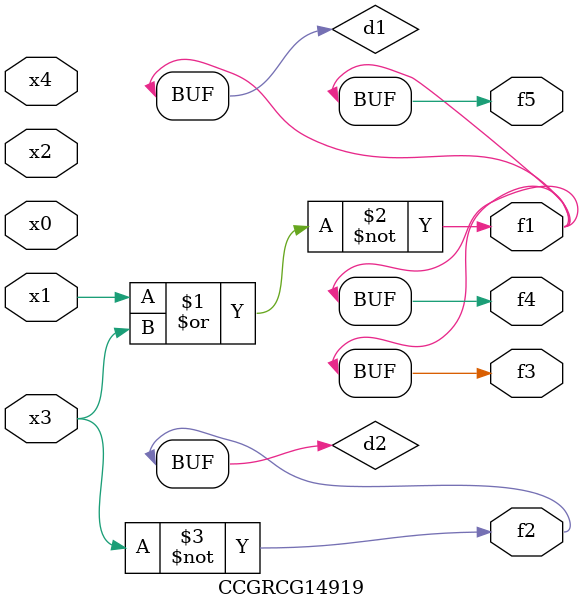
<source format=v>
module CCGRCG14919(
	input x0, x1, x2, x3, x4,
	output f1, f2, f3, f4, f5
);

	wire d1, d2;

	nor (d1, x1, x3);
	not (d2, x3);
	assign f1 = d1;
	assign f2 = d2;
	assign f3 = d1;
	assign f4 = d1;
	assign f5 = d1;
endmodule

</source>
